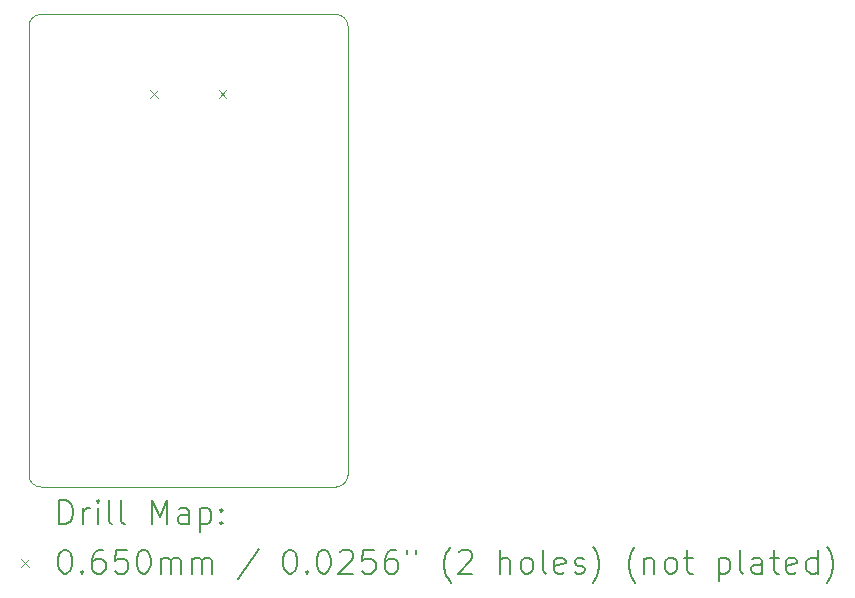
<source format=gbr>
%TF.GenerationSoftware,KiCad,Pcbnew,8.0.7-8.0.7-0~ubuntu24.04.1*%
%TF.CreationDate,2025-01-07T12:08:41-05:00*%
%TF.ProjectId,ESP32_C3_LVGL_DEVBOARD,45535033-325f-4433-935f-4c56474c5f44,rev?*%
%TF.SameCoordinates,Original*%
%TF.FileFunction,Drillmap*%
%TF.FilePolarity,Positive*%
%FSLAX45Y45*%
G04 Gerber Fmt 4.5, Leading zero omitted, Abs format (unit mm)*
G04 Created by KiCad (PCBNEW 8.0.7-8.0.7-0~ubuntu24.04.1) date 2025-01-07 12:08:41*
%MOMM*%
%LPD*%
G01*
G04 APERTURE LIST*
%ADD10C,0.050000*%
%ADD11C,0.200000*%
%ADD12C,0.100000*%
G04 APERTURE END LIST*
D10*
X16650000Y-10550000D02*
X14150000Y-10550000D01*
X16750000Y-10450000D02*
G75*
G02*
X16650000Y-10550000I-100000J0D01*
G01*
X14150000Y-10550000D02*
G75*
G02*
X14050000Y-10450000I0J100000D01*
G01*
X14150000Y-6550000D02*
X16650000Y-6550000D01*
X16750000Y-6650000D02*
X16750000Y-10450000D01*
X16650000Y-6550000D02*
G75*
G02*
X16750000Y-6650000I0J-100000D01*
G01*
X14050000Y-6650000D02*
G75*
G02*
X14150000Y-6550000I100000J0D01*
G01*
X14050000Y-10450000D02*
X14050000Y-6650000D01*
D11*
D12*
X15078500Y-7190000D02*
X15143500Y-7255000D01*
X15143500Y-7190000D02*
X15078500Y-7255000D01*
X15656500Y-7190000D02*
X15721500Y-7255000D01*
X15721500Y-7190000D02*
X15656500Y-7255000D01*
D11*
X14308277Y-10863984D02*
X14308277Y-10663984D01*
X14308277Y-10663984D02*
X14355896Y-10663984D01*
X14355896Y-10663984D02*
X14384467Y-10673508D01*
X14384467Y-10673508D02*
X14403515Y-10692555D01*
X14403515Y-10692555D02*
X14413039Y-10711603D01*
X14413039Y-10711603D02*
X14422562Y-10749698D01*
X14422562Y-10749698D02*
X14422562Y-10778270D01*
X14422562Y-10778270D02*
X14413039Y-10816365D01*
X14413039Y-10816365D02*
X14403515Y-10835412D01*
X14403515Y-10835412D02*
X14384467Y-10854460D01*
X14384467Y-10854460D02*
X14355896Y-10863984D01*
X14355896Y-10863984D02*
X14308277Y-10863984D01*
X14508277Y-10863984D02*
X14508277Y-10730650D01*
X14508277Y-10768746D02*
X14517801Y-10749698D01*
X14517801Y-10749698D02*
X14527324Y-10740174D01*
X14527324Y-10740174D02*
X14546372Y-10730650D01*
X14546372Y-10730650D02*
X14565420Y-10730650D01*
X14632086Y-10863984D02*
X14632086Y-10730650D01*
X14632086Y-10663984D02*
X14622562Y-10673508D01*
X14622562Y-10673508D02*
X14632086Y-10683031D01*
X14632086Y-10683031D02*
X14641610Y-10673508D01*
X14641610Y-10673508D02*
X14632086Y-10663984D01*
X14632086Y-10663984D02*
X14632086Y-10683031D01*
X14755896Y-10863984D02*
X14736848Y-10854460D01*
X14736848Y-10854460D02*
X14727324Y-10835412D01*
X14727324Y-10835412D02*
X14727324Y-10663984D01*
X14860658Y-10863984D02*
X14841610Y-10854460D01*
X14841610Y-10854460D02*
X14832086Y-10835412D01*
X14832086Y-10835412D02*
X14832086Y-10663984D01*
X15089229Y-10863984D02*
X15089229Y-10663984D01*
X15089229Y-10663984D02*
X15155896Y-10806841D01*
X15155896Y-10806841D02*
X15222562Y-10663984D01*
X15222562Y-10663984D02*
X15222562Y-10863984D01*
X15403515Y-10863984D02*
X15403515Y-10759222D01*
X15403515Y-10759222D02*
X15393991Y-10740174D01*
X15393991Y-10740174D02*
X15374943Y-10730650D01*
X15374943Y-10730650D02*
X15336848Y-10730650D01*
X15336848Y-10730650D02*
X15317801Y-10740174D01*
X15403515Y-10854460D02*
X15384467Y-10863984D01*
X15384467Y-10863984D02*
X15336848Y-10863984D01*
X15336848Y-10863984D02*
X15317801Y-10854460D01*
X15317801Y-10854460D02*
X15308277Y-10835412D01*
X15308277Y-10835412D02*
X15308277Y-10816365D01*
X15308277Y-10816365D02*
X15317801Y-10797317D01*
X15317801Y-10797317D02*
X15336848Y-10787793D01*
X15336848Y-10787793D02*
X15384467Y-10787793D01*
X15384467Y-10787793D02*
X15403515Y-10778270D01*
X15498753Y-10730650D02*
X15498753Y-10930650D01*
X15498753Y-10740174D02*
X15517801Y-10730650D01*
X15517801Y-10730650D02*
X15555896Y-10730650D01*
X15555896Y-10730650D02*
X15574943Y-10740174D01*
X15574943Y-10740174D02*
X15584467Y-10749698D01*
X15584467Y-10749698D02*
X15593991Y-10768746D01*
X15593991Y-10768746D02*
X15593991Y-10825889D01*
X15593991Y-10825889D02*
X15584467Y-10844936D01*
X15584467Y-10844936D02*
X15574943Y-10854460D01*
X15574943Y-10854460D02*
X15555896Y-10863984D01*
X15555896Y-10863984D02*
X15517801Y-10863984D01*
X15517801Y-10863984D02*
X15498753Y-10854460D01*
X15679705Y-10844936D02*
X15689229Y-10854460D01*
X15689229Y-10854460D02*
X15679705Y-10863984D01*
X15679705Y-10863984D02*
X15670182Y-10854460D01*
X15670182Y-10854460D02*
X15679705Y-10844936D01*
X15679705Y-10844936D02*
X15679705Y-10863984D01*
X15679705Y-10740174D02*
X15689229Y-10749698D01*
X15689229Y-10749698D02*
X15679705Y-10759222D01*
X15679705Y-10759222D02*
X15670182Y-10749698D01*
X15670182Y-10749698D02*
X15679705Y-10740174D01*
X15679705Y-10740174D02*
X15679705Y-10759222D01*
D12*
X13982500Y-11160000D02*
X14047500Y-11225000D01*
X14047500Y-11160000D02*
X13982500Y-11225000D01*
D11*
X14346372Y-11083984D02*
X14365420Y-11083984D01*
X14365420Y-11083984D02*
X14384467Y-11093508D01*
X14384467Y-11093508D02*
X14393991Y-11103031D01*
X14393991Y-11103031D02*
X14403515Y-11122079D01*
X14403515Y-11122079D02*
X14413039Y-11160174D01*
X14413039Y-11160174D02*
X14413039Y-11207793D01*
X14413039Y-11207793D02*
X14403515Y-11245888D01*
X14403515Y-11245888D02*
X14393991Y-11264936D01*
X14393991Y-11264936D02*
X14384467Y-11274460D01*
X14384467Y-11274460D02*
X14365420Y-11283984D01*
X14365420Y-11283984D02*
X14346372Y-11283984D01*
X14346372Y-11283984D02*
X14327324Y-11274460D01*
X14327324Y-11274460D02*
X14317801Y-11264936D01*
X14317801Y-11264936D02*
X14308277Y-11245888D01*
X14308277Y-11245888D02*
X14298753Y-11207793D01*
X14298753Y-11207793D02*
X14298753Y-11160174D01*
X14298753Y-11160174D02*
X14308277Y-11122079D01*
X14308277Y-11122079D02*
X14317801Y-11103031D01*
X14317801Y-11103031D02*
X14327324Y-11093508D01*
X14327324Y-11093508D02*
X14346372Y-11083984D01*
X14498753Y-11264936D02*
X14508277Y-11274460D01*
X14508277Y-11274460D02*
X14498753Y-11283984D01*
X14498753Y-11283984D02*
X14489229Y-11274460D01*
X14489229Y-11274460D02*
X14498753Y-11264936D01*
X14498753Y-11264936D02*
X14498753Y-11283984D01*
X14679705Y-11083984D02*
X14641610Y-11083984D01*
X14641610Y-11083984D02*
X14622562Y-11093508D01*
X14622562Y-11093508D02*
X14613039Y-11103031D01*
X14613039Y-11103031D02*
X14593991Y-11131603D01*
X14593991Y-11131603D02*
X14584467Y-11169698D01*
X14584467Y-11169698D02*
X14584467Y-11245888D01*
X14584467Y-11245888D02*
X14593991Y-11264936D01*
X14593991Y-11264936D02*
X14603515Y-11274460D01*
X14603515Y-11274460D02*
X14622562Y-11283984D01*
X14622562Y-11283984D02*
X14660658Y-11283984D01*
X14660658Y-11283984D02*
X14679705Y-11274460D01*
X14679705Y-11274460D02*
X14689229Y-11264936D01*
X14689229Y-11264936D02*
X14698753Y-11245888D01*
X14698753Y-11245888D02*
X14698753Y-11198269D01*
X14698753Y-11198269D02*
X14689229Y-11179222D01*
X14689229Y-11179222D02*
X14679705Y-11169698D01*
X14679705Y-11169698D02*
X14660658Y-11160174D01*
X14660658Y-11160174D02*
X14622562Y-11160174D01*
X14622562Y-11160174D02*
X14603515Y-11169698D01*
X14603515Y-11169698D02*
X14593991Y-11179222D01*
X14593991Y-11179222D02*
X14584467Y-11198269D01*
X14879705Y-11083984D02*
X14784467Y-11083984D01*
X14784467Y-11083984D02*
X14774943Y-11179222D01*
X14774943Y-11179222D02*
X14784467Y-11169698D01*
X14784467Y-11169698D02*
X14803515Y-11160174D01*
X14803515Y-11160174D02*
X14851134Y-11160174D01*
X14851134Y-11160174D02*
X14870182Y-11169698D01*
X14870182Y-11169698D02*
X14879705Y-11179222D01*
X14879705Y-11179222D02*
X14889229Y-11198269D01*
X14889229Y-11198269D02*
X14889229Y-11245888D01*
X14889229Y-11245888D02*
X14879705Y-11264936D01*
X14879705Y-11264936D02*
X14870182Y-11274460D01*
X14870182Y-11274460D02*
X14851134Y-11283984D01*
X14851134Y-11283984D02*
X14803515Y-11283984D01*
X14803515Y-11283984D02*
X14784467Y-11274460D01*
X14784467Y-11274460D02*
X14774943Y-11264936D01*
X15013039Y-11083984D02*
X15032086Y-11083984D01*
X15032086Y-11083984D02*
X15051134Y-11093508D01*
X15051134Y-11093508D02*
X15060658Y-11103031D01*
X15060658Y-11103031D02*
X15070182Y-11122079D01*
X15070182Y-11122079D02*
X15079705Y-11160174D01*
X15079705Y-11160174D02*
X15079705Y-11207793D01*
X15079705Y-11207793D02*
X15070182Y-11245888D01*
X15070182Y-11245888D02*
X15060658Y-11264936D01*
X15060658Y-11264936D02*
X15051134Y-11274460D01*
X15051134Y-11274460D02*
X15032086Y-11283984D01*
X15032086Y-11283984D02*
X15013039Y-11283984D01*
X15013039Y-11283984D02*
X14993991Y-11274460D01*
X14993991Y-11274460D02*
X14984467Y-11264936D01*
X14984467Y-11264936D02*
X14974943Y-11245888D01*
X14974943Y-11245888D02*
X14965420Y-11207793D01*
X14965420Y-11207793D02*
X14965420Y-11160174D01*
X14965420Y-11160174D02*
X14974943Y-11122079D01*
X14974943Y-11122079D02*
X14984467Y-11103031D01*
X14984467Y-11103031D02*
X14993991Y-11093508D01*
X14993991Y-11093508D02*
X15013039Y-11083984D01*
X15165420Y-11283984D02*
X15165420Y-11150650D01*
X15165420Y-11169698D02*
X15174943Y-11160174D01*
X15174943Y-11160174D02*
X15193991Y-11150650D01*
X15193991Y-11150650D02*
X15222563Y-11150650D01*
X15222563Y-11150650D02*
X15241610Y-11160174D01*
X15241610Y-11160174D02*
X15251134Y-11179222D01*
X15251134Y-11179222D02*
X15251134Y-11283984D01*
X15251134Y-11179222D02*
X15260658Y-11160174D01*
X15260658Y-11160174D02*
X15279705Y-11150650D01*
X15279705Y-11150650D02*
X15308277Y-11150650D01*
X15308277Y-11150650D02*
X15327324Y-11160174D01*
X15327324Y-11160174D02*
X15336848Y-11179222D01*
X15336848Y-11179222D02*
X15336848Y-11283984D01*
X15432086Y-11283984D02*
X15432086Y-11150650D01*
X15432086Y-11169698D02*
X15441610Y-11160174D01*
X15441610Y-11160174D02*
X15460658Y-11150650D01*
X15460658Y-11150650D02*
X15489229Y-11150650D01*
X15489229Y-11150650D02*
X15508277Y-11160174D01*
X15508277Y-11160174D02*
X15517801Y-11179222D01*
X15517801Y-11179222D02*
X15517801Y-11283984D01*
X15517801Y-11179222D02*
X15527324Y-11160174D01*
X15527324Y-11160174D02*
X15546372Y-11150650D01*
X15546372Y-11150650D02*
X15574943Y-11150650D01*
X15574943Y-11150650D02*
X15593991Y-11160174D01*
X15593991Y-11160174D02*
X15603515Y-11179222D01*
X15603515Y-11179222D02*
X15603515Y-11283984D01*
X15993991Y-11074460D02*
X15822563Y-11331603D01*
X16251134Y-11083984D02*
X16270182Y-11083984D01*
X16270182Y-11083984D02*
X16289229Y-11093508D01*
X16289229Y-11093508D02*
X16298753Y-11103031D01*
X16298753Y-11103031D02*
X16308277Y-11122079D01*
X16308277Y-11122079D02*
X16317801Y-11160174D01*
X16317801Y-11160174D02*
X16317801Y-11207793D01*
X16317801Y-11207793D02*
X16308277Y-11245888D01*
X16308277Y-11245888D02*
X16298753Y-11264936D01*
X16298753Y-11264936D02*
X16289229Y-11274460D01*
X16289229Y-11274460D02*
X16270182Y-11283984D01*
X16270182Y-11283984D02*
X16251134Y-11283984D01*
X16251134Y-11283984D02*
X16232086Y-11274460D01*
X16232086Y-11274460D02*
X16222563Y-11264936D01*
X16222563Y-11264936D02*
X16213039Y-11245888D01*
X16213039Y-11245888D02*
X16203515Y-11207793D01*
X16203515Y-11207793D02*
X16203515Y-11160174D01*
X16203515Y-11160174D02*
X16213039Y-11122079D01*
X16213039Y-11122079D02*
X16222563Y-11103031D01*
X16222563Y-11103031D02*
X16232086Y-11093508D01*
X16232086Y-11093508D02*
X16251134Y-11083984D01*
X16403515Y-11264936D02*
X16413039Y-11274460D01*
X16413039Y-11274460D02*
X16403515Y-11283984D01*
X16403515Y-11283984D02*
X16393991Y-11274460D01*
X16393991Y-11274460D02*
X16403515Y-11264936D01*
X16403515Y-11264936D02*
X16403515Y-11283984D01*
X16536848Y-11083984D02*
X16555896Y-11083984D01*
X16555896Y-11083984D02*
X16574944Y-11093508D01*
X16574944Y-11093508D02*
X16584467Y-11103031D01*
X16584467Y-11103031D02*
X16593991Y-11122079D01*
X16593991Y-11122079D02*
X16603515Y-11160174D01*
X16603515Y-11160174D02*
X16603515Y-11207793D01*
X16603515Y-11207793D02*
X16593991Y-11245888D01*
X16593991Y-11245888D02*
X16584467Y-11264936D01*
X16584467Y-11264936D02*
X16574944Y-11274460D01*
X16574944Y-11274460D02*
X16555896Y-11283984D01*
X16555896Y-11283984D02*
X16536848Y-11283984D01*
X16536848Y-11283984D02*
X16517801Y-11274460D01*
X16517801Y-11274460D02*
X16508277Y-11264936D01*
X16508277Y-11264936D02*
X16498753Y-11245888D01*
X16498753Y-11245888D02*
X16489229Y-11207793D01*
X16489229Y-11207793D02*
X16489229Y-11160174D01*
X16489229Y-11160174D02*
X16498753Y-11122079D01*
X16498753Y-11122079D02*
X16508277Y-11103031D01*
X16508277Y-11103031D02*
X16517801Y-11093508D01*
X16517801Y-11093508D02*
X16536848Y-11083984D01*
X16679706Y-11103031D02*
X16689229Y-11093508D01*
X16689229Y-11093508D02*
X16708277Y-11083984D01*
X16708277Y-11083984D02*
X16755896Y-11083984D01*
X16755896Y-11083984D02*
X16774944Y-11093508D01*
X16774944Y-11093508D02*
X16784468Y-11103031D01*
X16784468Y-11103031D02*
X16793991Y-11122079D01*
X16793991Y-11122079D02*
X16793991Y-11141127D01*
X16793991Y-11141127D02*
X16784468Y-11169698D01*
X16784468Y-11169698D02*
X16670182Y-11283984D01*
X16670182Y-11283984D02*
X16793991Y-11283984D01*
X16974944Y-11083984D02*
X16879706Y-11083984D01*
X16879706Y-11083984D02*
X16870182Y-11179222D01*
X16870182Y-11179222D02*
X16879706Y-11169698D01*
X16879706Y-11169698D02*
X16898753Y-11160174D01*
X16898753Y-11160174D02*
X16946372Y-11160174D01*
X16946372Y-11160174D02*
X16965420Y-11169698D01*
X16965420Y-11169698D02*
X16974944Y-11179222D01*
X16974944Y-11179222D02*
X16984468Y-11198269D01*
X16984468Y-11198269D02*
X16984468Y-11245888D01*
X16984468Y-11245888D02*
X16974944Y-11264936D01*
X16974944Y-11264936D02*
X16965420Y-11274460D01*
X16965420Y-11274460D02*
X16946372Y-11283984D01*
X16946372Y-11283984D02*
X16898753Y-11283984D01*
X16898753Y-11283984D02*
X16879706Y-11274460D01*
X16879706Y-11274460D02*
X16870182Y-11264936D01*
X17155896Y-11083984D02*
X17117801Y-11083984D01*
X17117801Y-11083984D02*
X17098753Y-11093508D01*
X17098753Y-11093508D02*
X17089229Y-11103031D01*
X17089229Y-11103031D02*
X17070182Y-11131603D01*
X17070182Y-11131603D02*
X17060658Y-11169698D01*
X17060658Y-11169698D02*
X17060658Y-11245888D01*
X17060658Y-11245888D02*
X17070182Y-11264936D01*
X17070182Y-11264936D02*
X17079706Y-11274460D01*
X17079706Y-11274460D02*
X17098753Y-11283984D01*
X17098753Y-11283984D02*
X17136849Y-11283984D01*
X17136849Y-11283984D02*
X17155896Y-11274460D01*
X17155896Y-11274460D02*
X17165420Y-11264936D01*
X17165420Y-11264936D02*
X17174944Y-11245888D01*
X17174944Y-11245888D02*
X17174944Y-11198269D01*
X17174944Y-11198269D02*
X17165420Y-11179222D01*
X17165420Y-11179222D02*
X17155896Y-11169698D01*
X17155896Y-11169698D02*
X17136849Y-11160174D01*
X17136849Y-11160174D02*
X17098753Y-11160174D01*
X17098753Y-11160174D02*
X17079706Y-11169698D01*
X17079706Y-11169698D02*
X17070182Y-11179222D01*
X17070182Y-11179222D02*
X17060658Y-11198269D01*
X17251134Y-11083984D02*
X17251134Y-11122079D01*
X17327325Y-11083984D02*
X17327325Y-11122079D01*
X17622563Y-11360174D02*
X17613039Y-11350650D01*
X17613039Y-11350650D02*
X17593991Y-11322079D01*
X17593991Y-11322079D02*
X17584468Y-11303031D01*
X17584468Y-11303031D02*
X17574944Y-11274460D01*
X17574944Y-11274460D02*
X17565420Y-11226841D01*
X17565420Y-11226841D02*
X17565420Y-11188746D01*
X17565420Y-11188746D02*
X17574944Y-11141127D01*
X17574944Y-11141127D02*
X17584468Y-11112555D01*
X17584468Y-11112555D02*
X17593991Y-11093508D01*
X17593991Y-11093508D02*
X17613039Y-11064936D01*
X17613039Y-11064936D02*
X17622563Y-11055412D01*
X17689230Y-11103031D02*
X17698753Y-11093508D01*
X17698753Y-11093508D02*
X17717801Y-11083984D01*
X17717801Y-11083984D02*
X17765420Y-11083984D01*
X17765420Y-11083984D02*
X17784468Y-11093508D01*
X17784468Y-11093508D02*
X17793991Y-11103031D01*
X17793991Y-11103031D02*
X17803515Y-11122079D01*
X17803515Y-11122079D02*
X17803515Y-11141127D01*
X17803515Y-11141127D02*
X17793991Y-11169698D01*
X17793991Y-11169698D02*
X17679706Y-11283984D01*
X17679706Y-11283984D02*
X17803515Y-11283984D01*
X18041611Y-11283984D02*
X18041611Y-11083984D01*
X18127325Y-11283984D02*
X18127325Y-11179222D01*
X18127325Y-11179222D02*
X18117801Y-11160174D01*
X18117801Y-11160174D02*
X18098753Y-11150650D01*
X18098753Y-11150650D02*
X18070182Y-11150650D01*
X18070182Y-11150650D02*
X18051134Y-11160174D01*
X18051134Y-11160174D02*
X18041611Y-11169698D01*
X18251134Y-11283984D02*
X18232087Y-11274460D01*
X18232087Y-11274460D02*
X18222563Y-11264936D01*
X18222563Y-11264936D02*
X18213039Y-11245888D01*
X18213039Y-11245888D02*
X18213039Y-11188746D01*
X18213039Y-11188746D02*
X18222563Y-11169698D01*
X18222563Y-11169698D02*
X18232087Y-11160174D01*
X18232087Y-11160174D02*
X18251134Y-11150650D01*
X18251134Y-11150650D02*
X18279706Y-11150650D01*
X18279706Y-11150650D02*
X18298753Y-11160174D01*
X18298753Y-11160174D02*
X18308277Y-11169698D01*
X18308277Y-11169698D02*
X18317801Y-11188746D01*
X18317801Y-11188746D02*
X18317801Y-11245888D01*
X18317801Y-11245888D02*
X18308277Y-11264936D01*
X18308277Y-11264936D02*
X18298753Y-11274460D01*
X18298753Y-11274460D02*
X18279706Y-11283984D01*
X18279706Y-11283984D02*
X18251134Y-11283984D01*
X18432087Y-11283984D02*
X18413039Y-11274460D01*
X18413039Y-11274460D02*
X18403515Y-11255412D01*
X18403515Y-11255412D02*
X18403515Y-11083984D01*
X18584468Y-11274460D02*
X18565420Y-11283984D01*
X18565420Y-11283984D02*
X18527325Y-11283984D01*
X18527325Y-11283984D02*
X18508277Y-11274460D01*
X18508277Y-11274460D02*
X18498753Y-11255412D01*
X18498753Y-11255412D02*
X18498753Y-11179222D01*
X18498753Y-11179222D02*
X18508277Y-11160174D01*
X18508277Y-11160174D02*
X18527325Y-11150650D01*
X18527325Y-11150650D02*
X18565420Y-11150650D01*
X18565420Y-11150650D02*
X18584468Y-11160174D01*
X18584468Y-11160174D02*
X18593992Y-11179222D01*
X18593992Y-11179222D02*
X18593992Y-11198269D01*
X18593992Y-11198269D02*
X18498753Y-11217317D01*
X18670182Y-11274460D02*
X18689230Y-11283984D01*
X18689230Y-11283984D02*
X18727325Y-11283984D01*
X18727325Y-11283984D02*
X18746373Y-11274460D01*
X18746373Y-11274460D02*
X18755896Y-11255412D01*
X18755896Y-11255412D02*
X18755896Y-11245888D01*
X18755896Y-11245888D02*
X18746373Y-11226841D01*
X18746373Y-11226841D02*
X18727325Y-11217317D01*
X18727325Y-11217317D02*
X18698753Y-11217317D01*
X18698753Y-11217317D02*
X18679706Y-11207793D01*
X18679706Y-11207793D02*
X18670182Y-11188746D01*
X18670182Y-11188746D02*
X18670182Y-11179222D01*
X18670182Y-11179222D02*
X18679706Y-11160174D01*
X18679706Y-11160174D02*
X18698753Y-11150650D01*
X18698753Y-11150650D02*
X18727325Y-11150650D01*
X18727325Y-11150650D02*
X18746373Y-11160174D01*
X18822563Y-11360174D02*
X18832087Y-11350650D01*
X18832087Y-11350650D02*
X18851134Y-11322079D01*
X18851134Y-11322079D02*
X18860658Y-11303031D01*
X18860658Y-11303031D02*
X18870182Y-11274460D01*
X18870182Y-11274460D02*
X18879706Y-11226841D01*
X18879706Y-11226841D02*
X18879706Y-11188746D01*
X18879706Y-11188746D02*
X18870182Y-11141127D01*
X18870182Y-11141127D02*
X18860658Y-11112555D01*
X18860658Y-11112555D02*
X18851134Y-11093508D01*
X18851134Y-11093508D02*
X18832087Y-11064936D01*
X18832087Y-11064936D02*
X18822563Y-11055412D01*
X19184468Y-11360174D02*
X19174944Y-11350650D01*
X19174944Y-11350650D02*
X19155896Y-11322079D01*
X19155896Y-11322079D02*
X19146373Y-11303031D01*
X19146373Y-11303031D02*
X19136849Y-11274460D01*
X19136849Y-11274460D02*
X19127325Y-11226841D01*
X19127325Y-11226841D02*
X19127325Y-11188746D01*
X19127325Y-11188746D02*
X19136849Y-11141127D01*
X19136849Y-11141127D02*
X19146373Y-11112555D01*
X19146373Y-11112555D02*
X19155896Y-11093508D01*
X19155896Y-11093508D02*
X19174944Y-11064936D01*
X19174944Y-11064936D02*
X19184468Y-11055412D01*
X19260658Y-11150650D02*
X19260658Y-11283984D01*
X19260658Y-11169698D02*
X19270182Y-11160174D01*
X19270182Y-11160174D02*
X19289230Y-11150650D01*
X19289230Y-11150650D02*
X19317801Y-11150650D01*
X19317801Y-11150650D02*
X19336849Y-11160174D01*
X19336849Y-11160174D02*
X19346373Y-11179222D01*
X19346373Y-11179222D02*
X19346373Y-11283984D01*
X19470182Y-11283984D02*
X19451134Y-11274460D01*
X19451134Y-11274460D02*
X19441611Y-11264936D01*
X19441611Y-11264936D02*
X19432087Y-11245888D01*
X19432087Y-11245888D02*
X19432087Y-11188746D01*
X19432087Y-11188746D02*
X19441611Y-11169698D01*
X19441611Y-11169698D02*
X19451134Y-11160174D01*
X19451134Y-11160174D02*
X19470182Y-11150650D01*
X19470182Y-11150650D02*
X19498754Y-11150650D01*
X19498754Y-11150650D02*
X19517801Y-11160174D01*
X19517801Y-11160174D02*
X19527325Y-11169698D01*
X19527325Y-11169698D02*
X19536849Y-11188746D01*
X19536849Y-11188746D02*
X19536849Y-11245888D01*
X19536849Y-11245888D02*
X19527325Y-11264936D01*
X19527325Y-11264936D02*
X19517801Y-11274460D01*
X19517801Y-11274460D02*
X19498754Y-11283984D01*
X19498754Y-11283984D02*
X19470182Y-11283984D01*
X19593992Y-11150650D02*
X19670182Y-11150650D01*
X19622563Y-11083984D02*
X19622563Y-11255412D01*
X19622563Y-11255412D02*
X19632087Y-11274460D01*
X19632087Y-11274460D02*
X19651134Y-11283984D01*
X19651134Y-11283984D02*
X19670182Y-11283984D01*
X19889230Y-11150650D02*
X19889230Y-11350650D01*
X19889230Y-11160174D02*
X19908277Y-11150650D01*
X19908277Y-11150650D02*
X19946373Y-11150650D01*
X19946373Y-11150650D02*
X19965420Y-11160174D01*
X19965420Y-11160174D02*
X19974944Y-11169698D01*
X19974944Y-11169698D02*
X19984468Y-11188746D01*
X19984468Y-11188746D02*
X19984468Y-11245888D01*
X19984468Y-11245888D02*
X19974944Y-11264936D01*
X19974944Y-11264936D02*
X19965420Y-11274460D01*
X19965420Y-11274460D02*
X19946373Y-11283984D01*
X19946373Y-11283984D02*
X19908277Y-11283984D01*
X19908277Y-11283984D02*
X19889230Y-11274460D01*
X20098754Y-11283984D02*
X20079706Y-11274460D01*
X20079706Y-11274460D02*
X20070182Y-11255412D01*
X20070182Y-11255412D02*
X20070182Y-11083984D01*
X20260658Y-11283984D02*
X20260658Y-11179222D01*
X20260658Y-11179222D02*
X20251135Y-11160174D01*
X20251135Y-11160174D02*
X20232087Y-11150650D01*
X20232087Y-11150650D02*
X20193992Y-11150650D01*
X20193992Y-11150650D02*
X20174944Y-11160174D01*
X20260658Y-11274460D02*
X20241611Y-11283984D01*
X20241611Y-11283984D02*
X20193992Y-11283984D01*
X20193992Y-11283984D02*
X20174944Y-11274460D01*
X20174944Y-11274460D02*
X20165420Y-11255412D01*
X20165420Y-11255412D02*
X20165420Y-11236365D01*
X20165420Y-11236365D02*
X20174944Y-11217317D01*
X20174944Y-11217317D02*
X20193992Y-11207793D01*
X20193992Y-11207793D02*
X20241611Y-11207793D01*
X20241611Y-11207793D02*
X20260658Y-11198269D01*
X20327325Y-11150650D02*
X20403515Y-11150650D01*
X20355896Y-11083984D02*
X20355896Y-11255412D01*
X20355896Y-11255412D02*
X20365420Y-11274460D01*
X20365420Y-11274460D02*
X20384468Y-11283984D01*
X20384468Y-11283984D02*
X20403515Y-11283984D01*
X20546373Y-11274460D02*
X20527325Y-11283984D01*
X20527325Y-11283984D02*
X20489230Y-11283984D01*
X20489230Y-11283984D02*
X20470182Y-11274460D01*
X20470182Y-11274460D02*
X20460658Y-11255412D01*
X20460658Y-11255412D02*
X20460658Y-11179222D01*
X20460658Y-11179222D02*
X20470182Y-11160174D01*
X20470182Y-11160174D02*
X20489230Y-11150650D01*
X20489230Y-11150650D02*
X20527325Y-11150650D01*
X20527325Y-11150650D02*
X20546373Y-11160174D01*
X20546373Y-11160174D02*
X20555896Y-11179222D01*
X20555896Y-11179222D02*
X20555896Y-11198269D01*
X20555896Y-11198269D02*
X20460658Y-11217317D01*
X20727325Y-11283984D02*
X20727325Y-11083984D01*
X20727325Y-11274460D02*
X20708277Y-11283984D01*
X20708277Y-11283984D02*
X20670182Y-11283984D01*
X20670182Y-11283984D02*
X20651135Y-11274460D01*
X20651135Y-11274460D02*
X20641611Y-11264936D01*
X20641611Y-11264936D02*
X20632087Y-11245888D01*
X20632087Y-11245888D02*
X20632087Y-11188746D01*
X20632087Y-11188746D02*
X20641611Y-11169698D01*
X20641611Y-11169698D02*
X20651135Y-11160174D01*
X20651135Y-11160174D02*
X20670182Y-11150650D01*
X20670182Y-11150650D02*
X20708277Y-11150650D01*
X20708277Y-11150650D02*
X20727325Y-11160174D01*
X20803516Y-11360174D02*
X20813039Y-11350650D01*
X20813039Y-11350650D02*
X20832087Y-11322079D01*
X20832087Y-11322079D02*
X20841611Y-11303031D01*
X20841611Y-11303031D02*
X20851135Y-11274460D01*
X20851135Y-11274460D02*
X20860658Y-11226841D01*
X20860658Y-11226841D02*
X20860658Y-11188746D01*
X20860658Y-11188746D02*
X20851135Y-11141127D01*
X20851135Y-11141127D02*
X20841611Y-11112555D01*
X20841611Y-11112555D02*
X20832087Y-11093508D01*
X20832087Y-11093508D02*
X20813039Y-11064936D01*
X20813039Y-11064936D02*
X20803516Y-11055412D01*
M02*

</source>
